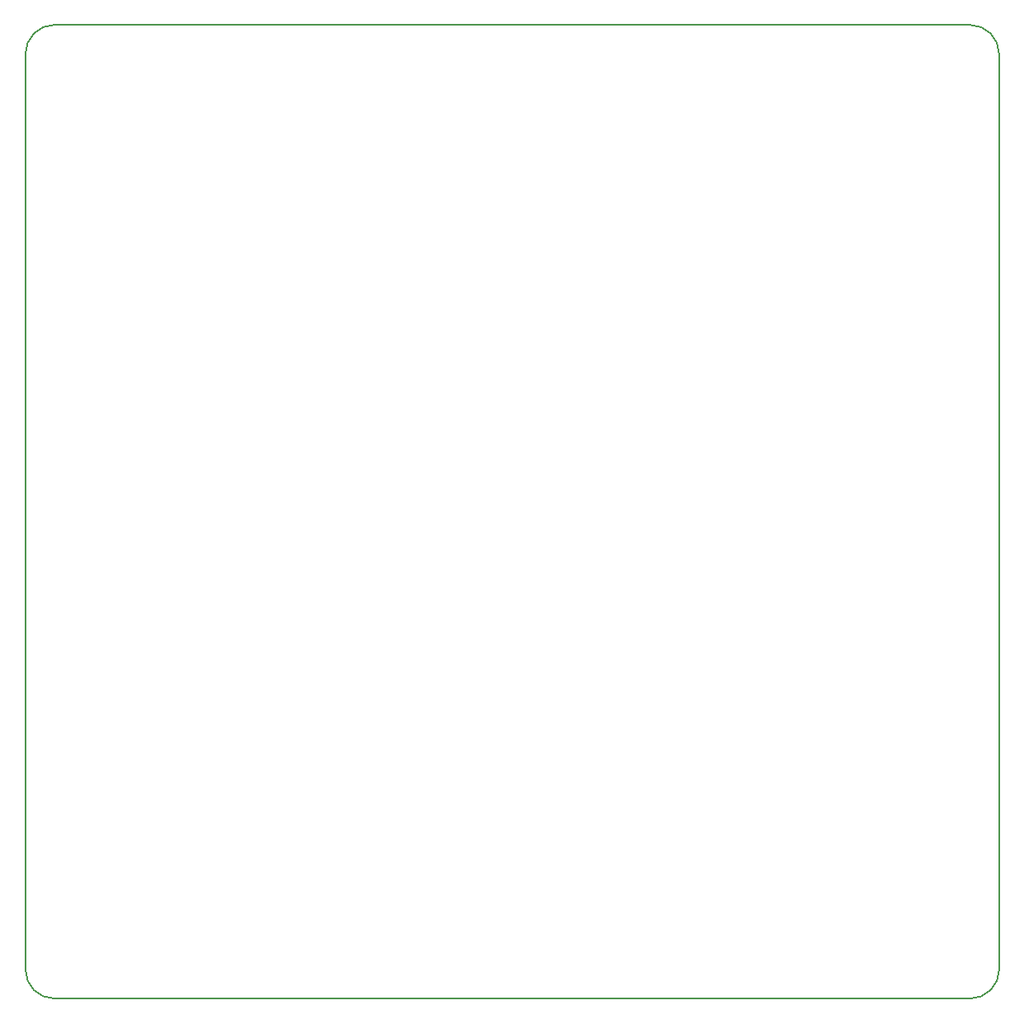
<source format=gbr>
G04 #@! TF.GenerationSoftware,KiCad,Pcbnew,(5.0.0-3-g5ebb6b6)*
G04 #@! TF.CreationDate,2018-10-08T20:22:15-06:00*
G04 #@! TF.ProjectId,LED suit power,4C4544207375697420706F7765722E6B,rev?*
G04 #@! TF.SameCoordinates,Original*
G04 #@! TF.FileFunction,Profile,NP*
%FSLAX46Y46*%
G04 Gerber Fmt 4.6, Leading zero omitted, Abs format (unit mm)*
G04 Created by KiCad (PCBNEW (5.0.0-3-g5ebb6b6)) date Monday, October 08, 2018 at 08:22:15 PM*
%MOMM*%
%LPD*%
G01*
G04 APERTURE LIST*
%ADD10C,0.200000*%
%ADD11C,0.150000*%
G04 APERTURE END LIST*
D10*
X103000000Y-200000000D02*
G75*
G02X100000000Y-197000000I0J3000000D01*
G01*
X100000000Y-103000000D02*
G75*
G02X103000000Y-100000000I3000000J0D01*
G01*
X197000000Y-100000000D02*
G75*
G02X200000000Y-103000000I0J-3000000D01*
G01*
X200000000Y-197000000D02*
G75*
G02X197000000Y-200000000I-3000000J0D01*
G01*
D11*
X100000000Y-103000000D02*
X100000000Y-197000000D01*
X103000000Y-200000000D02*
X197000000Y-200000000D01*
X200000000Y-103000000D02*
X200000000Y-197000000D01*
X103000000Y-100000000D02*
X197000000Y-100000000D01*
M02*

</source>
